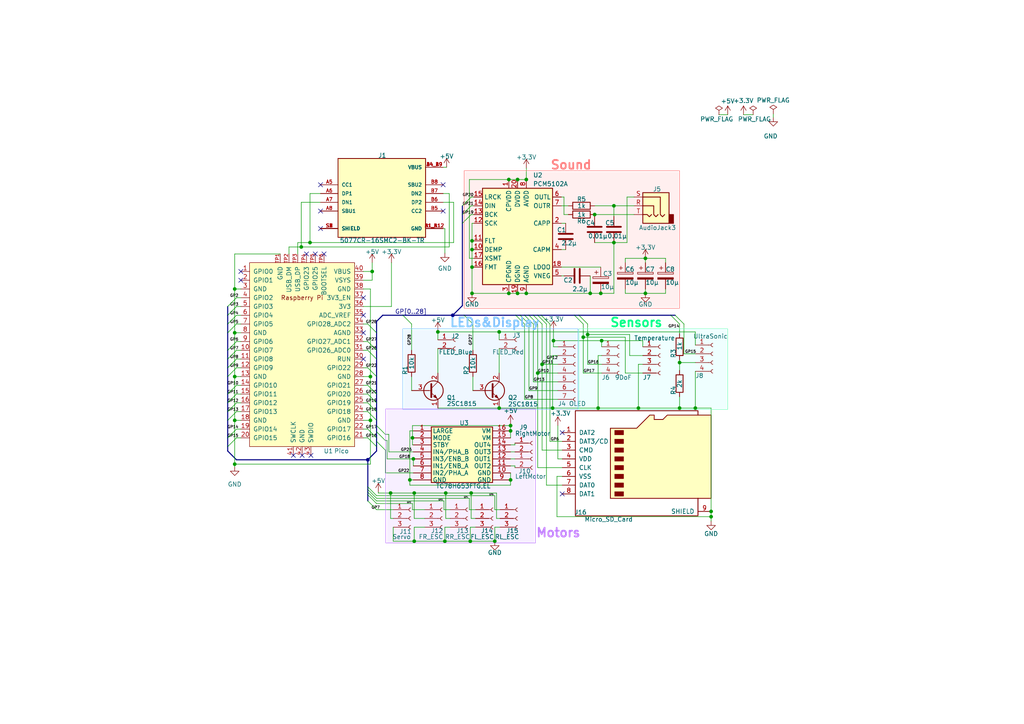
<source format=kicad_sch>
(kicad_sch (version 20230121) (generator eeschema)
  (paper "A4")
  (lib_symbols
    (symbol "5077CR-16SMC2-BK-TR:5077CR-16SMC2-BK-TR" (pin_names (offset 1.016))
      (property "Reference" "J" (at -12.7 10.922 0))
      (property "Value" "5077CR-16SMC2-BK-TR" (at -12.7 -15.24 0))
      (symbol "5077CR-16SMC2-BK-TR_0_0"
        (pin power_in line (at 17.78 -10.16 180) (length 5.08) (name "GND") (number "A1_B12"))
        (pin power_in line (at 17.78 7.62 180) (length 5.08) (name "VBUS") (number "A4_B9"))
        (pin passive line (at -17.78 2.54 0) (length 5.08) (name "CC1") (number "A5"))
        (pin passive line (at -17.78 0 0) (length 5.08) (name "DP1") (number "A6"))
        (pin passive line (at -17.78 -2.54 0) (length 5.08) (name "DN1") (number "A7"))
        (pin passive line (at -17.78 -5.08 0) (length 5.08) (name "SBU1") (number "A8"))
        (pin power_in line (at 17.78 -10.16 180) (length 5.08) (name "GND") (number "B1_A12"))
        (pin power_in line (at 17.78 7.62 180) (length 5.08) (name "VBUS") (number "B4_A9"))
        (pin passive line (at 17.78 -5.08 180) (length 5.08) (name "CC2") (number "B5"))
        (pin passive line (at 17.78 -2.54 180) (length 5.08) (name "DP2") (number "B6"))
        (pin passive line (at 17.78 0 180) (length 5.08) (name "DN2") (number "B7"))
        (pin passive line (at 17.78 2.54 180) (length 5.08) (name "SBU2") (number "B8"))
        (pin passive line (at -17.78 -10.16 0) (length 5.08) (name "SHIELD") (number "S1"))
        (pin passive line (at -17.78 -10.16 0) (length 5.08) (name "SHIELD") (number "S2"))
        (pin passive line (at -17.78 -10.16 0) (length 5.08) (name "SHIELD") (number "S3"))
        (pin passive line (at -17.78 -10.16 0) (length 5.08) (name "SHIELD") (number "S4"))
      )
    )
    (symbol "Audio:PCM5102A"
      (property "Reference" "U" (at -10.16 13.97 0))
      (property "Value" "PCM5102A" (at 3.81 13.97 0))
      (symbol "PCM5102A_1_1"
        (pin passive line (at -2.54 15.24 270) (length 2.54) (name "CPVDD") (number "1"))
        (pin input line (at -12.7 -5.08 0) (length 2.54) (name "DEMP") (number "10"))
        (pin input line (at -12.7 -2.54 0) (length 2.54) (name "FLT") (number "11"))
        (pin input line (at -12.7 2.54 0) (length 2.54) (name "SCK") (number "12"))
        (pin input line (at -12.7 5.08 0) (length 2.54) (name "BCK") (number "13"))
        (pin input line (at -12.7 7.62 0) (length 2.54) (name "DIN") (number "14"))
        (pin input line (at -12.7 10.16 0) (length 2.54) (name "LRCK") (number "15"))
        (pin input line (at -12.7 -10.16 0) (length 2.54) (name "FMT") (number "16"))
        (pin input line (at -12.7 -7.62 0) (length 2.54) (name "XSMT") (number "17"))
        (pin passive line (at 12.7 -10.16 180) (length 2.54) (name "LDOO") (number "18"))
        (pin power_in line (at 0 -17.78 90) (length 2.54) (name "DGND") (number "19"))
        (pin passive line (at 12.7 2.54 180) (length 2.54) (name "CAPP") (number "2"))
        (pin power_in line (at 0 15.24 270) (length 2.54) (name "DVDD") (number "20"))
        (pin power_in line (at -2.54 -17.78 90) (length 2.54) (name "CPGND") (number "3"))
        (pin passive line (at 12.7 -5.08 180) (length 2.54) (name "CAPM") (number "4"))
        (pin passive line (at 12.7 -12.7 180) (length 2.54) (name "VNEG") (number "5"))
        (pin output line (at 12.7 10.16 180) (length 2.54) (name "OUTL") (number "6"))
        (pin output line (at 12.7 7.62 180) (length 2.54) (name "OUTR") (number "7"))
        (pin power_in line (at 2.54 15.24 270) (length 2.54) (name "AVDD") (number "8"))
        (pin power_in line (at 2.54 -17.78 90) (length 2.54) (name "AGND") (number "9"))
      )
    )
    (symbol "Connector:Conn_01x02_Socket" (pin_names (offset 1.016) hide)
      (property "Reference" "J" (at 0 2.54 0))
      (property "Value" "Conn_01x02_Socket" (at 0 -5.08 0))
      (symbol "Conn_01x02_Socket_1_1"
        (pin passive line (at -5.08 0 0) (length 3.81) (name "Pin_1") (number "1"))
        (pin passive line (at -5.08 -2.54 0) (length 3.81) (name "Pin_2") (number "2"))
      )
    )
    (symbol "Connector:Conn_01x03_Socket" (pin_names (offset 1.016) hide)
      (property "Reference" "J" (at 0 5.08 0))
      (property "Value" "Conn_01x03_Socket" (at 0 -5.08 0))
      (symbol "Conn_01x03_Socket_1_1"
        (pin passive line (at -5.08 2.54 0) (length 3.81) (name "Pin_1") (number "1"))
        (pin passive line (at -5.08 0 0) (length 3.81) (name "Pin_2") (number "2"))
        (pin passive line (at -5.08 -2.54 0) (length 3.81) (name "Pin_3") (number "3"))
      )
    )
    (symbol "Connector:Conn_01x04_Socket" (pin_names (offset 1.016) hide)
      (property "Reference" "J" (at 0 5.08 0))
      (property "Value" "Conn_01x04_Socket" (at 0 -7.62 0))
      (symbol "Conn_01x04_Socket_1_1"
        (pin passive line (at -5.08 2.54 0) (length 3.81) (name "Pin_1") (number "1"))
        (pin passive line (at -5.08 0 0) (length 3.81) (name "Pin_2") (number "2"))
        (pin passive line (at -5.08 -2.54 0) (length 3.81) (name "Pin_3") (number "3"))
        (pin passive line (at -5.08 -5.08 0) (length 3.81) (name "Pin_4") (number "4"))
      )
    )
    (symbol "Connector:Conn_01x07_Socket" (pin_names (offset 1.016) hide)
      (property "Reference" "J" (at 0 10.16 0))
      (property "Value" "Conn_01x07_Socket" (at 0 -10.16 0))
      (symbol "Conn_01x07_Socket_1_1"
        (pin passive line (at -5.08 7.62 0) (length 3.81) (name "Pin_1") (number "1"))
        (pin passive line (at -5.08 5.08 0) (length 3.81) (name "Pin_2") (number "2"))
        (pin passive line (at -5.08 2.54 0) (length 3.81) (name "Pin_3") (number "3"))
        (pin passive line (at -5.08 0 0) (length 3.81) (name "Pin_4") (number "4"))
        (pin passive line (at -5.08 -2.54 0) (length 3.81) (name "Pin_5") (number "5"))
        (pin passive line (at -5.08 -5.08 0) (length 3.81) (name "Pin_6") (number "6"))
        (pin passive line (at -5.08 -7.62 0) (length 3.81) (name "Pin_7") (number "7"))
      )
    )
    (symbol "Connector:Micro_SD_Card" (pin_names (offset 1.016))
      (property "Reference" "J" (at -16.51 15.24 0))
      (property "Value" "Micro_SD_Card" (at 16.51 15.24 0))
      (symbol "Micro_SD_Card_1_1"
        (pin bidirectional line (at -22.86 7.62 0) (length 3.81) (name "DAT2") (number "1"))
        (pin bidirectional line (at -22.86 5.08 0) (length 3.81) (name "DAT3/CD") (number "2"))
        (pin input line (at -22.86 2.54 0) (length 3.81) (name "CMD") (number "3"))
        (pin power_in line (at -22.86 0 0) (length 3.81) (name "VDD") (number "4"))
        (pin input line (at -22.86 -2.54 0) (length 3.81) (name "CLK") (number "5"))
        (pin power_in line (at -22.86 -5.08 0) (length 3.81) (name "VSS") (number "6"))
        (pin bidirectional line (at -22.86 -7.62 0) (length 3.81) (name "DAT0") (number "7"))
        (pin bidirectional line (at -22.86 -10.16 0) (length 3.81) (name "DAT1") (number "8"))
        (pin passive line (at 20.32 -15.24 180) (length 3.81) (name "SHIELD") (number "9"))
      )
    )
    (symbol "Connector_Audio:AudioJack3"
      (property "Reference" "J" (at 0 8.89 0))
      (property "Value" "AudioJack3" (at 0 6.35 0))
      (symbol "AudioJack3_1_1"
        (pin passive line (at 5.08 0 180) (length 2.54) (name "~") (number "R"))
        (pin passive line (at 5.08 2.54 180) (length 2.54) (name "~") (number "S"))
        (pin passive line (at 5.08 -2.54 180) (length 2.54) (name "~") (number "T"))
      )
    )
    (symbol "Device:C" (pin_numbers hide) (pin_names (offset 0.254))
      (property "Reference" "C" (at 0.635 2.54 0))
      (property "Value" "C" (at 0.635 -2.54 0))
      (symbol "C_1_1"
        (pin passive line (at 0 3.81 270) (length 2.794) (name "~") (number "1"))
        (pin passive line (at 0 -3.81 90) (length 2.794) (name "~") (number "2"))
      )
    )
    (symbol "Device:C_Polarized" (pin_numbers hide) (pin_names (offset 0.254))
      (property "Reference" "C" (at 0.635 2.54 0))
      (property "Value" "C_Polarized" (at 0.635 -2.54 0))
      (symbol "C_Polarized_1_1"
        (pin passive line (at 0 3.81 270) (length 2.794) (name "~") (number "1"))
        (pin passive line (at 0 -3.81 90) (length 2.794) (name "~") (number "2"))
      )
    )
    (symbol "Device:R" (pin_numbers hide) (pin_names (offset 0))
      (property "Reference" "R" (at 2.032 0 90))
      (property "Value" "R" (at 0 0 90))
      (symbol "R_1_1"
        (pin passive line (at 0 3.81 270) (length 1.27) (name "~") (number "1"))
        (pin passive line (at 0 -3.81 90) (length 1.27) (name "~") (number "2"))
      )
    )
    (symbol "RPi_Pico:Pico" (pin_names (offset 1.016))
      (property "Reference" "U" (at -13.97 27.94 0))
      (property "Value" "Pico" (at 0 13.97 0))
      (symbol "Pico_0_0"
        (text "Raspberry Pi" (at 0 16.51 0) (effects (font (size 1.27 1.27))))
      )
      (symbol "Pico_1_1"
        (pin bidirectional line (at -17.78 24.13 0) (length 2.54) (name "GPIO0") (number "1"))
        (pin bidirectional line (at -17.78 1.27 0) (length 2.54) (name "GPIO7") (number "10"))
        (pin bidirectional line (at -17.78 -1.27 0) (length 2.54) (name "GPIO8") (number "11"))
        (pin bidirectional line (at -17.78 -3.81 0) (length 2.54) (name "GPIO9") (number "12"))
        (pin power_in line (at -17.78 -6.35 0) (length 2.54) (name "GND") (number "13"))
        (pin bidirectional line (at -17.78 -8.89 0) (length 2.54) (name "GPIO10") (number "14"))
        (pin bidirectional line (at -17.78 -11.43 0) (length 2.54) (name "GPIO11") (number "15"))
        (pin bidirectional line (at -17.78 -13.97 0) (length 2.54) (name "GPIO12") (number "16"))
        (pin bidirectional line (at -17.78 -16.51 0) (length 2.54) (name "GPIO13") (number "17"))
        (pin power_in line (at -17.78 -19.05 0) (length 2.54) (name "GND") (number "18"))
        (pin bidirectional line (at -17.78 -21.59 0) (length 2.54) (name "GPIO14") (number "19"))
        (pin bidirectional line (at -17.78 21.59 0) (length 2.54) (name "GPIO1") (number "2"))
        (pin bidirectional line (at -17.78 -24.13 0) (length 2.54) (name "GPIO15") (number "20"))
        (pin bidirectional line (at 17.78 -24.13 180) (length 2.54) (name "GPIO16") (number "21"))
        (pin bidirectional line (at 17.78 -21.59 180) (length 2.54) (name "GPIO17") (number "22"))
        (pin power_in line (at 17.78 -19.05 180) (length 2.54) (name "GND") (number "23"))
        (pin bidirectional line (at 17.78 -16.51 180) (length 2.54) (name "GPIO18") (number "24"))
        (pin bidirectional line (at 17.78 -13.97 180) (length 2.54) (name "GPIO19") (number "25"))
        (pin bidirectional line (at 17.78 -11.43 180) (length 2.54) (name "GPIO20") (number "26"))
        (pin bidirectional line (at 17.78 -8.89 180) (length 2.54) (name "GPIO21") (number "27"))
        (pin power_in line (at 17.78 -6.35 180) (length 2.54) (name "GND") (number "28"))
        (pin bidirectional line (at 17.78 -3.81 180) (length 2.54) (name "GPIO22") (number "29"))
        (pin power_in line (at -17.78 19.05 0) (length 2.54) (name "GND") (number "3"))
        (pin input line (at 17.78 -1.27 180) (length 2.54) (name "RUN") (number "30"))
        (pin bidirectional line (at 17.78 1.27 180) (length 2.54) (name "GPIO26_ADC0") (number "31"))
        (pin bidirectional line (at 17.78 3.81 180) (length 2.54) (name "GPIO27_ADC1") (number "32"))
        (pin power_in line (at 17.78 6.35 180) (length 2.54) (name "AGND") (number "33"))
        (pin bidirectional line (at 17.78 8.89 180) (length 2.54) (name "GPIO28_ADC2") (number "34"))
        (pin unspecified line (at 17.78 11.43 180) (length 2.54) (name "ADC_VREF") (number "35"))
        (pin unspecified line (at 17.78 13.97 180) (length 2.54) (name "3V3") (number "36"))
        (pin input line (at 17.78 16.51 180) (length 2.54) (name "3V3_EN") (number "37"))
        (pin bidirectional line (at 17.78 19.05 180) (length 2.54) (name "GND") (number "38"))
        (pin unspecified line (at 17.78 21.59 180) (length 2.54) (name "VSYS") (number "39"))
        (pin bidirectional line (at -17.78 16.51 0) (length 2.54) (name "GPIO2") (number "4"))
        (pin unspecified line (at 17.78 24.13 180) (length 2.54) (name "VBUS") (number "40"))
        (pin input line (at -2.54 -29.21 90) (length 2.54) (name "SWCLK") (number "41"))
        (pin power_in line (at 0 -29.21 90) (length 2.54) (name "GND") (number "42"))
        (pin bidirectional line (at 2.54 -29.21 90) (length 2.54) (name "SWDIO") (number "43"))
        (pin bidirectional line (at -17.78 13.97 0) (length 2.54) (name "GPIO3") (number "5"))
        (pin bidirectional line (at -17.78 11.43 0) (length 2.54) (name "GPIO4") (number "6"))
        (pin bidirectional line (at -17.78 8.89 0) (length 2.54) (name "GPIO5") (number "7"))
        (pin power_in line (at -17.78 6.35 0) (length 2.54) (name "GND") (number "8"))
        (pin bidirectional line (at -17.78 3.81 0) (length 2.54) (name "GPIO6") (number "9"))
        (pin power_in line (at -6.35 29.21 270) (length 2.54) (name "GND") (number "TP1"))
        (pin bidirectional line (at -3.81 29.21 270) (length 2.54) (name "USB_DM") (number "TP2"))
        (pin bidirectional line (at -1.27 29.21 270) (length 2.54) (name "USB_DP") (number "TP3"))
        (pin bidirectional line (at 1.27 29.21 270) (length 2.54) (name "GPIO23") (number "TP4"))
        (pin bidirectional line (at 3.81 29.21 270) (length 2.54) (name "GPIO25") (number "TP5"))
        (pin bidirectional line (at 6.35 29.21 270) (length 2.54) (name "BOOTSEL") (number "TP6"))
      )
    )
    (symbol "TC78H653FTG_EL:TC78H653FTG,EL"
      (property "Reference" "U" (at -7.62 12.7 0))
      (property "Value" "TC78H653FTG,EL" (at -7.62 10.16 0))
      (symbol "TC78H653FTG,EL_1_1"
        (pin passive line (at -14.732 7.112 0) (length 5.08) (name "LARGE") (number "1"))
        (pin passive line (at 13.462 -5.08 180) (length 5.08) (name "GND") (number "10"))
        (pin passive line (at 13.462 -3.048 180) (length 5.08) (name "OUT2") (number "11"))
        (pin passive line (at 13.462 -1.016 180) (length 5.08) (name "OUT1") (number "12"))
        (pin passive line (at 13.462 1.016 180) (length 5.08) (name "OUT3") (number "13"))
        (pin passive line (at 13.462 3.048 180) (length 5.08) (name "OUT4") (number "14"))
        (pin passive line (at 13.462 5.08 180) (length 5.08) (name "VM") (number "15"))
        (pin passive line (at 13.462 7.112 180) (length 5.08) (name "VM") (number "16"))
        (pin passive line (at -14.732 5.08 0) (length 5.08) (name "MODE") (number "2"))
        (pin passive line (at -14.732 3.048 0) (length 5.08) (name "STBY") (number "3"))
        (pin passive line (at -14.732 1.016 0) (length 5.08) (name "IN4/PHA_B") (number "4"))
        (pin passive line (at -14.732 -1.016 0) (length 5.08) (name "IN3/ENB_B") (number "5"))
        (pin passive line (at -14.732 -3.048 0) (length 5.08) (name "IN1/ENB_A") (number "6"))
        (pin passive line (at -14.732 -5.08 0) (length 5.08) (name "IN2/PHA_A") (number "7"))
        (pin passive line (at -14.732 -7.112 0) (length 5.08) (name "GND") (number "8"))
        (pin passive line (at 13.462 -7.112 180) (length 5.08) (name "GND") (number "9"))
      )
    )
    (symbol "Transistor_BJT:2SC1815" (pin_names (offset 0) hide)
      (property "Reference" "Q" (at 5.08 1.905 0))
      (property "Value" "2SC1815" (at 5.08 0 0))
      (symbol "2SC1815_1_1"
        (pin passive line (at 2.54 -5.08 90) (length 2.54) (name "E") (number "1"))
        (pin passive line (at 2.54 5.08 270) (length 2.54) (name "C") (number "2"))
        (pin input line (at -5.08 0 0) (length 5.08) (name "B") (number "3"))
      )
    )
    (symbol "power:+3.3V" (power) (pin_names (offset 0))
      (property "Value" "+3.3V" (at 0 3.556 0))
      (symbol "+3.3V_1_1"
        (pin power_in line (at 0 0 90) (length 0) hide (name "+3.3V") (number "1"))
      )
    )
    (symbol "power:+5V" (power) (pin_names (offset 0))
      (property "Value" "+5V" (at 0 3.556 0))
      (symbol "+5V_1_1"
        (pin power_in line (at 0 0 90) (length 0) hide (name "+5V") (number "1"))
      )
    )
    (symbol "power:GND" (power) (pin_names (offset 0))
      (property "Value" "GND" (at 0 -3.81 0))
      (symbol "GND_1_1"
        (pin power_in line (at 0 0 270) (length 0) hide (name "GND") (number "1"))
      )
    )
    (symbol "power:PWR_FLAG" (power) (pin_numbers hide) (pin_names (offset 0) hide)
      (property "Value" "PWR_FLAG" (at 0 3.81 0))
      (symbol "PWR_FLAG_0_0"
        (pin power_out line (at 0 0 90) (length 0) (name "pwr") (number "1"))
      )
    )
  )
  (junction (at 173.482 118.364))
  (junction (at 155.956 108.204))
  (junction (at 187.198 85.09))
  (junction (at 152.654 85.09))
  (junction (at 160.528 98.806))
  (junction (at 120.142 156.972))
  (junction (at 68.072 121.92))
  (junction (at 68.072 96.52))
  (junction (at 136.906 69.85))
  (junction (at 118.872 139.192))
  (junction (at 171.196 85.09))
  (junction (at 144.78 96.266))
  (junction (at 178.054 59.69))
  (junction (at 150.114 85.09))
  (junction (at 197.104 118.364))
  (junction (at 131.318 91.44))
  (junction (at 150.114 52.07))
  (junction (at 172.466 62.23))
  (junction (at 107.442 109.22))
  (junction (at 174.244 85.09))
  (junction (at 185.166 118.364))
  (junction (at 169.164 97.79))
  (junction (at 136.652 143.002))
  (junction (at 68.072 134.62))
  (junction (at 136.906 85.09))
  (junction (at 129.286 143.002))
  (junction (at 107.442 121.92))
  (junction (at 206.248 149.86))
  (junction (at 206.248 148.336))
  (junction (at 178.054 70.358))
  (junction (at 148.082 124.968))
  (junction (at 68.072 109.22))
  (junction (at 136.906 72.39))
  (junction (at 136.906 77.47))
  (junction (at 174.498 98.806))
  (junction (at 136.398 156.972))
  (junction (at 120.142 143.002))
  (junction (at 201.676 118.364))
  (junction (at 129.032 156.972))
  (junction (at 148.082 123.444))
  (junction (at 68.072 83.82))
  (junction (at 87.376 71.628))
  (junction (at 170.434 97.028))
  (junction (at 148.082 139.192))
  (junction (at 160.274 118.364))
  (junction (at 119.888 133.096))
  (junction (at 144.78 118.364))
  (junction (at 113.284 143.002))
  (junction (at 147.574 52.07))
  (junction (at 187.198 74.93))
  (junction (at 143.51 156.972))
  (junction (at 106.68 133.35))
  (junction (at 119.634 127))
  (junction (at 127 96.266))
  (junction (at 197.104 105.156))
  (junction (at 157.226 105.664))
  (junction (at 147.574 85.09))
  (junction (at 89.916 70.358))
  (junction (at 107.95 78.74))
  (junction (at 152.654 52.07))
  (no_connect (at 88.9 73.66))
  (no_connect (at 163.068 125.476))
  (no_connect (at 92.964 53.594))
  (no_connect (at 105.41 96.52))
  (no_connect (at 69.85 78.74))
  (no_connect (at 93.98 73.66))
  (no_connect (at 128.524 61.214))
  (no_connect (at 163.068 143.256))
  (no_connect (at 87.63 132.08))
  (no_connect (at 90.17 132.08))
  (no_connect (at 92.964 61.214))
  (no_connect (at 128.524 53.594))
  (no_connect (at 91.44 73.66))
  (no_connect (at 69.85 81.28))
  (no_connect (at 85.09 132.08))
  (no_connect (at 105.41 104.14))
  (no_connect (at 92.964 66.294))
  (no_connect (at 105.41 91.44))
  (no_connect (at 105.41 86.36))
  (bus_entry (at 66.04 91.44) (size 2.54 -2.54))
  (bus_entry (at 134.112 64.77) (size 2.54 -2.54))
  (bus_entry (at 109.22 123.444) (size 2.54 2.54))
  (bus_entry (at 66.04 93.98) (size 2.54 -2.54))
  (bus_entry (at 109.22 127) (size -2.54 -2.54))
  (bus_entry (at 153.416 91.44) (size 2.54 2.54))
  (bus_entry (at 195.834 91.44) (size 2.54 2.54))
  (bus_entry (at 150.876 91.44) (size 2.54 2.54))
  (bus_entry (at 134.112 62.23) (size 2.54 -2.54))
  (bus_entry (at 66.04 114.3) (size 2.54 -2.54))
  (bus_entry (at 109.22 116.84) (size -2.54 -2.54))
  (bus_entry (at 167.894 91.44) (size 2.54 2.54))
  (bus_entry (at 134.112 59.69) (size 2.54 -2.54))
  (bus_entry (at 109.22 125.222) (size 2.54 2.54))
  (bus_entry (at 66.04 127) (size 2.54 -2.54))
  (bus_entry (at 66.04 88.9) (size 2.54 -2.54))
  (bus_entry (at 155.956 91.44) (size 2.54 2.54))
  (bus_entry (at 109.22 101.6) (size -2.54 -2.54))
  (bus_entry (at 109.22 109.22) (size -2.54 -2.54))
  (bus_entry (at 106.68 141.986) (size 2.54 2.54))
  (bus_entry (at 106.68 142.748) (size 2.54 2.54))
  (bus_entry (at 66.04 106.68) (size 2.54 -2.54))
  (bus_entry (at 66.04 116.84) (size 2.54 -2.54))
  (bus_entry (at 66.04 121.92) (size 2.54 -2.54))
  (bus_entry (at 109.22 128.016) (size 2.54 2.54))
  (bus_entry (at 152.146 91.44) (size 2.54 2.54))
  (bus_entry (at 149.606 91.44) (size 2.54 2.54))
  (bus_entry (at 109.22 121.92) (size -2.54 -2.54))
  (bus_entry (at 109.22 119.38) (size -2.54 -2.54))
  (bus_entry (at 66.04 104.14) (size 2.54 -2.54))
  (bus_entry (at 166.624 91.44) (size 2.54 2.54))
  (bus_entry (at 134.62 91.44) (size 2.54 2.54))
  (bus_entry (at 116.84 91.44) (size 2.54 2.54))
  (bus_entry (at 66.04 129.54) (size 2.54 -2.54))
  (bus_entry (at 106.68 145.288) (size 2.54 2.54))
  (bus_entry (at 194.564 91.44) (size 2.54 2.54))
  (bus_entry (at 66.04 119.38) (size 2.54 -2.54))
  (bus_entry (at 156.972 91.44) (size 2.54 2.54))
  (bus_entry (at 66.04 101.6) (size 2.54 -2.54))
  (bus_entry (at 66.04 96.52) (size 2.54 -2.54))
  (bus_entry (at 106.68 143.51) (size 2.54 2.54))
  (bus_entry (at 109.22 129.54) (size -2.54 -2.54))
  (bus_entry (at 109.22 96.52) (size -2.54 -2.54))
  (bus_entry (at 106.68 141.224) (size 2.54 2.54))
  (bus_entry (at 154.686 91.44) (size 2.54 2.54))
  (bus_entry (at 109.22 104.14) (size -2.54 -2.54))
  (bus_entry (at 109.22 114.3) (size -2.54 -2.54))
  (bus_entry (at 66.04 109.22) (size 2.54 -2.54))
  (wire (pts (xy 144.78 96.266) (xy 201.676 96.266)))
  (wire (pts (xy 136.398 156.972) (xy 136.398 152.908)))
  (bus (pts (xy 166.624 91.44) (xy 167.894 91.44)))
  (wire (pts (xy 68.58 104.14) (xy 69.85 104.14)))
  (wire (pts (xy 136.652 143.002) (xy 136.652 150.368)))
  (wire (pts (xy 171.196 85.09) (xy 174.244 85.09)))
  (wire (pts (xy 112.776 131.064) (xy 119.888 131.064)))
  (wire (pts (xy 107.442 83.82) (xy 107.442 109.22)))
  (wire (pts (xy 157.226 130.556) (xy 163.068 130.556)))
  (wire (pts (xy 143.51 143.764) (xy 143.51 147.828)))
  (wire (pts (xy 136.906 64.77) (xy 136.906 69.85)))
  (bus (pts (xy 66.04 116.84) (xy 66.04 119.38)))
  (wire (pts (xy 173.482 118.364) (xy 185.166 118.364)))
  (wire (pts (xy 206.248 148.336) (xy 206.248 149.86)))
  (wire (pts (xy 161.544 138.176) (xy 161.544 149.86)))
  (wire (pts (xy 119.38 109.22) (xy 119.38 113.284)))
  (wire (pts (xy 193.04 76.2) (xy 193.04 74.93)))
  (wire (pts (xy 181.356 85.09) (xy 187.198 85.09)))
  (wire (pts (xy 197.104 115.062) (xy 197.104 118.364)))
  (wire (pts (xy 128.524 58.674) (xy 131.572 58.674)))
  (bus (pts (xy 66.04 109.22) (xy 66.04 114.3)))
  (wire (pts (xy 136.652 150.368) (xy 137.922 150.368)))
  (wire (pts (xy 159.512 93.98) (xy 159.512 128.016)))
  (wire (pts (xy 118.872 139.192) (xy 119.888 139.192)))
  (wire (pts (xy 119.888 129.032) (xy 119.634 129.032)))
  (wire (pts (xy 181.356 83.82) (xy 181.356 85.09)))
  (wire (pts (xy 68.58 116.84) (xy 69.85 116.84)))
  (wire (pts (xy 89.916 70.358) (xy 131.572 70.358)))
  (wire (pts (xy 136.652 57.15) (xy 137.414 57.15)))
  (wire (pts (xy 154.686 93.98) (xy 154.686 110.744)))
  (wire (pts (xy 129.286 143.002) (xy 129.286 150.368)))
  (wire (pts (xy 105.41 124.46) (xy 106.68 124.46)))
  (wire (pts (xy 148.082 139.192) (xy 148.082 140.716)))
  (bus (pts (xy 66.04 114.3) (xy 66.04 116.84)))
  (wire (pts (xy 144.78 98.552) (xy 144.78 96.266)))
  (bus (pts (xy 110.998 91.44) (xy 116.84 91.44)))
  (bus (pts (xy 66.04 106.68) (xy 66.04 109.22)))
  (wire (pts (xy 181.356 76.2) (xy 181.356 74.93)))
  (wire (pts (xy 187.198 74.93) (xy 187.198 76.2)))
  (wire (pts (xy 152.654 85.09) (xy 171.196 85.09)))
  (wire (pts (xy 68.072 109.22) (xy 68.072 121.92)))
  (wire (pts (xy 173.482 103.124) (xy 174.498 103.124)))
  (bus (pts (xy 109.22 101.6) (xy 109.22 96.52)))
  (wire (pts (xy 160.528 100.584) (xy 160.528 98.806)))
  (wire (pts (xy 201.676 107.696) (xy 201.676 118.364)))
  (wire (pts (xy 174.244 85.09) (xy 178.054 85.09)))
  (wire (pts (xy 181.356 97.79) (xy 181.356 108.204)))
  (bus (pts (xy 109.22 104.14) (xy 109.22 101.6)))
  (wire (pts (xy 143.51 152.908) (xy 145.034 152.908)))
  (wire (pts (xy 169.164 97.79) (xy 181.356 97.79)))
  (wire (pts (xy 185.166 105.664) (xy 186.436 105.664)))
  (wire (pts (xy 178.054 59.69) (xy 178.054 62.738)))
  (bus (pts (xy 66.04 129.54) (xy 66.04 130.81)))
  (bus (pts (xy 155.956 91.44) (xy 156.972 91.44)))
  (wire (pts (xy 169.164 93.98) (xy 169.164 97.79)))
  (wire (pts (xy 109.22 145.288) (xy 128.778 145.288)))
  (wire (pts (xy 123.19 152.908) (xy 120.142 152.908)))
  (wire (pts (xy 119.888 127) (xy 119.634 127)))
  (wire (pts (xy 119.38 93.98) (xy 119.38 101.6)))
  (bus (pts (xy 109.22 130.81) (xy 109.22 129.54)))
  (wire (pts (xy 130.302 56.134) (xy 130.302 71.628)))
  (wire (pts (xy 68.58 114.3) (xy 69.85 114.3)))
  (wire (pts (xy 68.58 86.36) (xy 69.85 86.36)))
  (wire (pts (xy 128.778 147.828) (xy 130.556 147.828)))
  (wire (pts (xy 68.072 121.92) (xy 68.072 134.62)))
  (wire (pts (xy 105.41 83.82) (xy 107.442 83.82)))
  (wire (pts (xy 105.41 119.38) (xy 106.68 119.38)))
  (wire (pts (xy 197.104 118.364) (xy 201.676 118.364)))
  (wire (pts (xy 206.248 118.364) (xy 206.248 148.336)))
  (wire (pts (xy 113.284 150.368) (xy 114.046 150.368)))
  (wire (pts (xy 136.144 147.828) (xy 137.922 147.828)))
  (bus (pts (xy 154.686 91.44) (xy 155.956 91.44)))
  (wire (pts (xy 160.274 103.124) (xy 161.798 103.124)))
  (wire (pts (xy 68.072 83.82) (xy 69.85 83.82)))
  (wire (pts (xy 129.286 143.002) (xy 136.652 143.002)))
  (wire (pts (xy 127 101.092) (xy 127 108.204)))
  (bus (pts (xy 109.22 119.38) (xy 109.22 121.92)))
  (bus (pts (xy 66.04 88.9) (xy 66.04 91.44)))
  (bus (pts (xy 109.22 93.218) (xy 110.998 91.44)))
  (wire (pts (xy 161.544 149.86) (xy 206.248 149.86)))
  (wire (pts (xy 129.032 152.908) (xy 130.556 152.908)))
  (wire (pts (xy 170.434 93.98) (xy 170.434 97.028)))
  (wire (pts (xy 187.198 74.93) (xy 193.04 74.93)))
  (wire (pts (xy 107.95 81.28) (xy 107.95 78.74)))
  (bus (pts (xy 66.04 93.98) (xy 66.04 96.52)))
  (wire (pts (xy 136.652 59.69) (xy 137.414 59.69)))
  (bus (pts (xy 106.68 133.35) (xy 109.22 130.81)))
  (wire (pts (xy 112.776 125.984) (xy 112.776 131.064)))
  (bus (pts (xy 153.416 91.44) (xy 154.686 91.44)))
  (wire (pts (xy 68.072 96.52) (xy 68.072 109.22)))
  (bus (pts (xy 66.04 96.52) (xy 66.04 101.6)))
  (wire (pts (xy 120.142 143.002) (xy 129.286 143.002)))
  (wire (pts (xy 127 96.266) (xy 127 98.552)))
  (wire (pts (xy 160.528 100.584) (xy 161.798 100.584)))
  (wire (pts (xy 105.41 111.76) (xy 106.68 111.76)))
  (bus (pts (xy 106.68 141.986) (xy 106.68 142.748)))
  (wire (pts (xy 68.58 127) (xy 69.85 127)))
  (bus (pts (xy 68.58 133.35) (xy 106.68 133.35)))
  (wire (pts (xy 127 118.364) (xy 144.78 118.364)))
  (wire (pts (xy 153.416 113.284) (xy 161.798 113.284)))
  (wire (pts (xy 136.906 64.77) (xy 137.414 64.77)))
  (wire (pts (xy 155.956 93.98) (xy 155.956 108.204)))
  (wire (pts (xy 105.41 78.74) (xy 107.95 78.74)))
  (wire (pts (xy 128.524 56.134) (xy 130.302 56.134)))
  (wire (pts (xy 144.78 96.266) (xy 127 96.266)))
  (bus (pts (xy 109.22 109.22) (xy 109.22 104.14)))
  (wire (pts (xy 68.072 109.22) (xy 69.85 109.22)))
  (wire (pts (xy 170.434 105.664) (xy 174.498 105.664)))
  (wire (pts (xy 197.104 104.394) (xy 197.104 105.156)))
  (bus (pts (xy 66.04 119.38) (xy 66.04 121.92)))
  (wire (pts (xy 163.576 62.23) (xy 164.846 62.23)))
  (bus (pts (xy 106.68 142.748) (xy 106.68 143.51)))
  (bus (pts (xy 109.22 123.444) (xy 109.22 125.222)))
  (wire (pts (xy 198.374 93.98) (xy 198.374 102.616)))
  (wire (pts (xy 136.906 77.47) (xy 137.414 77.47)))
  (bus (pts (xy 109.22 128.016) (xy 109.22 129.54)))
  (wire (pts (xy 119.634 123.444) (xy 119.634 127)))
  (wire (pts (xy 118.872 124.968) (xy 118.872 139.192)))
  (wire (pts (xy 68.58 93.98) (xy 69.85 93.98)))
  (wire (pts (xy 118.872 124.968) (xy 119.888 124.968)))
  (bus (pts (xy 106.68 143.51) (xy 106.68 145.288)))
  (wire (pts (xy 109.22 146.05) (xy 119.634 146.05)))
  (wire (pts (xy 148.082 137.16) (xy 148.082 139.192)))
  (wire (pts (xy 181.356 74.93) (xy 187.198 74.93)))
  (bus (pts (xy 150.876 91.44) (xy 152.146 91.44)))
  (wire (pts (xy 171.196 85.09) (xy 171.196 80.01)))
  (wire (pts (xy 136.144 52.07) (xy 147.574 52.07)))
  (wire (pts (xy 111.76 125.984) (xy 112.776 125.984)))
  (bus (pts (xy 109.22 119.38) (xy 109.22 116.84)))
  (wire (pts (xy 158.496 140.716) (xy 163.068 140.716)))
  (wire (pts (xy 172.466 59.69) (xy 178.054 59.69)))
  (wire (pts (xy 182.626 103.124) (xy 186.436 103.124)))
  (bus (pts (xy 109.22 114.3) (xy 109.22 116.84)))
  (wire (pts (xy 148.082 133.096) (xy 149.352 133.096)))
  (wire (pts (xy 178.054 59.69) (xy 183.896 59.69)))
  (wire (pts (xy 83.82 73.66) (xy 83.82 71.628)))
  (wire (pts (xy 89.916 70.358) (xy 89.916 56.134)))
  (wire (pts (xy 68.58 119.38) (xy 69.85 119.38)))
  (wire (pts (xy 178.054 70.358) (xy 181.864 70.358)))
  (wire (pts (xy 113.538 88.9) (xy 113.538 76.2)))
  (wire (pts (xy 129.032 156.972) (xy 129.032 152.908)))
  (wire (pts (xy 186.436 100.584) (xy 186.436 98.806)))
  (wire (pts (xy 162.814 80.01) (xy 163.576 80.01)))
  (wire (pts (xy 112.268 133.096) (xy 119.888 133.096)))
  (bus (pts (xy 152.146 91.44) (xy 153.416 91.44)))
  (bus (pts (xy 66.04 130.81) (xy 68.58 133.35)))
  (bus (pts (xy 109.22 109.22) (xy 109.22 114.3)))
  (wire (pts (xy 224.282 33.02) (xy 224.282 34.036)))
  (wire (pts (xy 129.286 150.368) (xy 130.556 150.368)))
  (bus (pts (xy 156.972 91.44) (xy 166.624 91.44)))
  (wire (pts (xy 181.864 57.15) (xy 183.896 57.15)))
  (wire (pts (xy 120.142 152.908) (xy 120.142 156.972)))
  (wire (pts (xy 120.142 150.368) (xy 123.19 150.368)))
  (wire (pts (xy 105.41 93.98) (xy 106.68 93.98)))
  (wire (pts (xy 198.374 102.616) (xy 201.676 102.616)))
  (wire (pts (xy 111.76 137.16) (xy 119.888 137.16)))
  (wire (pts (xy 201.676 118.364) (xy 206.248 118.364)))
  (wire (pts (xy 185.166 118.364) (xy 185.166 105.664)))
  (wire (pts (xy 169.164 97.79) (xy 169.164 108.204)))
  (wire (pts (xy 127 96.012) (xy 127 96.266)))
  (wire (pts (xy 149.352 135.128) (xy 149.352 135.636)))
  (wire (pts (xy 155.956 108.204) (xy 155.956 135.636)))
  (wire (pts (xy 105.41 109.22) (xy 107.442 109.22)))
  (wire (pts (xy 186.436 98.806) (xy 174.498 98.806)))
  (wire (pts (xy 160.528 98.806) (xy 174.498 98.806)))
  (wire (pts (xy 87.376 58.674) (xy 87.376 71.628)))
  (wire (pts (xy 144.78 118.364) (xy 160.274 118.364)))
  (wire (pts (xy 162.814 57.15) (xy 163.576 57.15)))
  (wire (pts (xy 187.198 85.09) (xy 193.04 85.09)))
  (wire (pts (xy 129.032 156.972) (xy 136.398 156.972)))
  (wire (pts (xy 68.58 111.76) (xy 69.85 111.76)))
  (wire (pts (xy 68.072 96.52) (xy 69.85 96.52)))
  (wire (pts (xy 170.434 105.664) (xy 170.434 97.028)))
  (wire (pts (xy 109.728 142.748) (xy 109.728 143.002)))
  (wire (pts (xy 150.114 85.09) (xy 152.654 85.09)))
  (wire (pts (xy 109.728 143.002) (xy 113.284 143.002)))
  (wire (pts (xy 129.032 66.294) (xy 129.032 73.406)))
  (wire (pts (xy 128.778 145.288) (xy 128.778 147.828)))
  (wire (pts (xy 150.114 52.07) (xy 152.654 52.07)))
  (wire (pts (xy 162.814 64.77) (xy 164.084 64.77)))
  (wire (pts (xy 160.528 98.806) (xy 160.528 95.758)))
  (wire (pts (xy 148.082 129.032) (xy 149.352 129.032)))
  (wire (pts (xy 109.22 147.828) (xy 114.046 147.828)))
  (wire (pts (xy 136.906 72.39) (xy 136.906 77.47)))
  (bus (pts (xy 109.22 93.218) (xy 109.22 96.52)))
  (wire (pts (xy 114.046 156.972) (xy 120.142 156.972)))
  (bus (pts (xy 66.04 104.14) (xy 66.04 106.68)))
  (wire (pts (xy 154.686 110.744) (xy 161.798 110.744)))
  (bus (pts (xy 109.22 127) (xy 109.22 128.016)))
  (wire (pts (xy 136.398 156.972) (xy 143.51 156.972)))
  (wire (pts (xy 119.634 123.444) (xy 148.082 123.444)))
  (wire (pts (xy 113.284 143.002) (xy 120.142 143.002)))
  (wire (pts (xy 162.814 72.39) (xy 164.084 72.39)))
  (wire (pts (xy 136.906 69.85) (xy 136.906 72.39)))
  (wire (pts (xy 197.104 105.156) (xy 201.676 105.156)))
  (wire (pts (xy 147.574 52.07) (xy 150.114 52.07)))
  (wire (pts (xy 187.198 83.82) (xy 187.198 85.09)))
  (wire (pts (xy 68.58 124.46) (xy 69.85 124.46)))
  (wire (pts (xy 186.436 108.204) (xy 181.356 108.204)))
  (wire (pts (xy 114.046 152.908) (xy 114.046 156.972)))
  (wire (pts (xy 169.164 108.204) (xy 174.498 108.204)))
  (wire (pts (xy 68.072 73.66) (xy 81.28 73.66)))
  (bus (pts (xy 134.112 62.23) (xy 134.112 64.77)))
  (wire (pts (xy 86.36 70.358) (xy 89.916 70.358)))
  (wire (pts (xy 112.268 133.096) (xy 112.268 127.762)))
  (wire (pts (xy 144.78 101.092) (xy 144.78 108.204)))
  (wire (pts (xy 118.872 139.192) (xy 118.872 140.716)))
  (wire (pts (xy 107.95 78.74) (xy 107.95 76.2)))
  (wire (pts (xy 162.814 77.47) (xy 174.244 77.47)))
  (bus (pts (xy 109.22 121.92) (xy 109.22 123.444)))
  (wire (pts (xy 163.068 133.096) (xy 161.798 133.096)))
  (wire (pts (xy 163.576 57.15) (xy 163.576 62.23)))
  (wire (pts (xy 149.352 129.032) (xy 149.352 128.524)))
  (wire (pts (xy 107.442 121.92) (xy 107.442 134.62)))
  (bus (pts (xy 66.04 127) (xy 66.04 129.54)))
  (wire (pts (xy 137.414 74.93) (xy 136.144 74.93)))
  (wire (pts (xy 215.646 33.274) (xy 218.44 33.274)))
  (wire (pts (xy 148.082 135.128) (xy 149.352 135.128)))
  (wire (pts (xy 120.142 143.002) (xy 120.142 150.368)))
  (wire (pts (xy 105.41 114.3) (xy 106.68 114.3)))
  (wire (pts (xy 68.072 73.66) (xy 68.072 83.82)))
  (bus (pts (xy 134.112 59.69) (xy 134.112 62.23)))
  (wire (pts (xy 119.634 146.05) (xy 119.634 147.828)))
  (wire (pts (xy 136.144 74.93) (xy 136.144 52.07)))
  (wire (pts (xy 119.634 147.828) (xy 123.19 147.828)))
  (wire (pts (xy 68.072 134.62) (xy 107.442 134.62)))
  (wire (pts (xy 128.524 66.294) (xy 129.032 66.294)))
  (wire (pts (xy 157.226 105.664) (xy 161.798 105.664)))
  (wire (pts (xy 105.41 99.06) (xy 106.68 99.06)))
  (wire (pts (xy 178.054 70.358) (xy 178.054 85.09)))
  (wire (pts (xy 193.04 83.82) (xy 193.04 85.09)))
  (wire (pts (xy 144.018 143.002) (xy 144.018 150.368)))
  (wire (pts (xy 162.814 59.69) (xy 164.846 59.69)))
  (wire (pts (xy 172.466 62.23) (xy 172.466 62.738)))
  (wire (pts (xy 68.58 101.6) (xy 69.85 101.6)))
  (bus (pts (xy 134.62 91.44) (xy 149.606 91.44)))
  (wire (pts (xy 208.534 33.274) (xy 211.074 33.274)))
  (wire (pts (xy 136.906 77.47) (xy 136.906 85.09)))
  (wire (pts (xy 152.654 48.768) (xy 152.654 52.07)))
  (wire (pts (xy 158.496 93.98) (xy 158.496 140.716)))
  (wire (pts (xy 107.442 109.22) (xy 107.442 121.92)))
  (wire (pts (xy 157.226 105.664) (xy 157.226 130.556)))
  (wire (pts (xy 161.544 138.176) (xy 163.068 138.176)))
  (wire (pts (xy 111.76 130.556) (xy 111.76 137.16)))
  (wire (pts (xy 109.22 143.764) (xy 143.51 143.764)))
  (wire (pts (xy 155.956 135.636) (xy 163.068 135.636)))
  (bus (pts (xy 167.894 91.44) (xy 194.564 91.44)))
  (wire (pts (xy 68.58 91.44) (xy 69.85 91.44)))
  (wire (pts (xy 68.58 99.06) (xy 69.85 99.06)))
  (wire (pts (xy 148.082 123.444) (xy 148.082 124.968)))
  (wire (pts (xy 131.572 58.674) (xy 131.572 70.358)))
  (wire (pts (xy 120.142 156.972) (xy 129.032 156.972)))
  (wire (pts (xy 105.41 88.9) (xy 113.538 88.9)))
  (wire (pts (xy 136.652 143.002) (xy 144.018 143.002)))
  (bus (pts (xy 134.112 64.77) (xy 134.112 88.646)))
  (wire (pts (xy 83.82 71.628) (xy 87.376 71.628)))
  (wire (pts (xy 174.498 100.584) (xy 174.498 98.806)))
  (bus (pts (xy 106.68 133.35) (xy 106.68 141.224)))
  (wire (pts (xy 118.872 140.716) (xy 148.082 140.716)))
  (bus (pts (xy 66.04 101.6) (xy 66.04 104.14)))
  (wire (pts (xy 152.146 115.824) (xy 161.798 115.824)))
  (wire (pts (xy 87.376 71.628) (xy 130.302 71.628)))
  (wire (pts (xy 143.51 147.828) (xy 145.034 147.828)))
  (wire (pts (xy 113.284 143.002) (xy 113.284 150.368)))
  (wire (pts (xy 105.41 121.92) (xy 107.442 121.92)))
  (wire (pts (xy 153.416 93.98) (xy 153.416 113.284)))
  (wire (pts (xy 112.268 127.762) (xy 111.76 127.762)))
  (wire (pts (xy 119.634 129.032) (xy 119.634 127)))
  (bus (pts (xy 149.606 91.44) (xy 150.876 91.44)))
  (wire (pts (xy 105.41 127) (xy 106.68 127)))
  (wire (pts (xy 68.072 121.92) (xy 69.85 121.92)))
  (wire (pts (xy 136.398 152.908) (xy 137.922 152.908)))
  (wire (pts (xy 105.41 116.84) (xy 106.68 116.84)))
  (wire (pts (xy 144.018 150.368) (xy 145.034 150.368)))
  (wire (pts (xy 197.104 93.98) (xy 197.104 96.774)))
  (bus (pts (xy 106.68 141.224) (xy 106.68 141.986)))
  (wire (pts (xy 136.144 144.526) (xy 136.144 147.828)))
  (wire (pts (xy 105.41 101.6) (xy 106.68 101.6)))
  (wire (pts (xy 185.166 118.364) (xy 197.104 118.364)))
  (bus (pts (xy 131.318 91.44) (xy 134.62 91.44)))
  (wire (pts (xy 147.574 85.09) (xy 150.114 85.09)))
  (wire (pts (xy 68.58 106.68) (xy 69.85 106.68)))
  (wire (pts (xy 143.51 156.972) (xy 143.51 152.908)))
  (wire (pts (xy 105.41 81.28) (xy 107.95 81.28)))
  (wire (pts (xy 170.434 97.028) (xy 182.626 97.028)))
  (wire (pts (xy 137.16 109.22) (xy 137.16 113.284)))
  (wire (pts (xy 68.072 134.62) (xy 68.072 135.382)))
  (wire (pts (xy 87.376 58.674) (xy 92.964 58.674)))
  (wire (pts (xy 181.864 70.358) (xy 181.864 57.15)))
  (wire (pts (xy 157.226 93.98) (xy 157.226 105.664)))
  (bus (pts (xy 109.22 125.222) (xy 109.22 127)))
  (wire (pts (xy 206.248 149.86) (xy 206.248 151.13)))
  (wire (pts (xy 161.798 133.096) (xy 161.798 123.444)))
  (wire (pts (xy 197.104 105.156) (xy 197.104 107.442)))
  (wire (pts (xy 105.41 106.68) (xy 106.68 106.68)))
  (wire (pts (xy 86.36 73.66) (xy 86.36 70.358)))
  (wire (pts (xy 159.512 128.016) (xy 163.068 128.016)))
  (wire (pts (xy 136.906 72.39) (xy 137.414 72.39)))
  (wire (pts (xy 148.082 131.064) (xy 149.352 131.064)))
  (wire (pts (xy 109.22 144.526) (xy 136.144 144.526)))
  (bus (pts (xy 66.04 91.44) (xy 66.04 93.98)))
  (wire (pts (xy 119.888 133.096) (xy 119.888 135.128)))
  (wire (pts (xy 160.274 118.364) (xy 173.482 118.364)))
  (wire (pts (xy 172.466 70.358) (xy 178.054 70.358)))
  (bus (pts (xy 134.112 88.646) (xy 131.318 91.44)))
  (wire (pts (xy 136.906 69.85) (xy 137.414 69.85)))
  (wire (pts (xy 155.956 108.204) (xy 161.798 108.204)))
  (bus (pts (xy 66.04 121.92) (xy 66.04 127)))
  (wire (pts (xy 136.652 62.23) (xy 137.414 62.23)))
  (bus (pts (xy 194.564 91.44) (xy 195.834 91.44)))
  (wire (pts (xy 128.524 48.514) (xy 129.54 48.514)))
  (wire (pts (xy 182.626 97.028) (xy 182.626 103.124)))
  (wire (pts (xy 173.482 103.124) (xy 173.482 118.364)))
  (wire (pts (xy 201.676 96.266) (xy 201.676 100.076)))
  (wire (pts (xy 136.906 85.09) (xy 147.574 85.09)))
  (wire (pts (xy 148.082 124.968) (xy 148.082 127)))
  (bus (pts (xy 116.84 91.44) (xy 131.318 91.44)))
  (wire (pts (xy 152.146 93.98) (xy 152.146 115.824)))
  (wire (pts (xy 137.16 93.98) (xy 137.16 101.6)))
  (wire (pts (xy 148.082 122.936) (xy 148.082 123.444)))
  (wire (pts (xy 68.072 83.82) (xy 68.072 96.52)))
  (wire (pts (xy 160.274 103.124) (xy 160.274 118.364)))
  (wire (pts (xy 89.916 56.134) (xy 92.964 56.134)))
  (wire (pts (xy 172.466 62.23) (xy 183.896 62.23)))
  (wire (pts (xy 68.58 88.9) (xy 69.85 88.9)))
  (rectangle (start 167.894 95.377) (end 211.074 118.745) (stroke (width 0) (color 127 255 191 1)) (fill (type color) (color 239 255 255 1)))
  (rectangle (start 111.887 118.618) (end 155.321 157.48) (stroke (width 0) (color 191 127 255 1)) (fill (type color) (color 247 239 255 1)))
  (rectangle (start 134.62 49.53) (end 197.104 89.408) (stroke (width 0) (color 255 127 127 1)) (fill (type color) (color 255 239 239 1)))
  (rectangle (start 116.84 95.377) (end 167.64 118.745) (stroke (width 0) (color 127 191 255 1)) (fill (type color) (color 239 247 255 1)))
  (text "LEDs&Display" (at 130.302 95.25 0) (effects (font (size 2.54 2.54) (thickness 0.508) bold) (justify left bottom)))
  (text "Motors" (at 155.321 156.21 0) (effects (font (size 2.54 2.54) (thickness 0.508) bold) (justify left bottom)))
  (text "Sound" (at 159.512 49.53 0) (effects (font (size 2.54 2.54) (thickness 0.508) bold) (justify left bottom)))
  (text "Sensors" (at 176.784 95.25 0) (effects (font (size 2.54 2.54) (thickness 0.508) bold) (justify left bottom)))
  (label "GP16" (at 170.434 105.664 0) (effects (font (size 0.8 0.8))))
  (label "GP14" (at 197.104 95.25 180) (effects (font (size 0.8 0.8))))
  (label "GP15" (at 198.628 102.616 0) (effects (font (size 0.8 0.8))))
  (label "GP5" (at 141.859 143.764 0) (effects (font (size 0.4 0.4))))
  (label "GP10" (at 69.215 111.76 180) (effects (font (size 0.8 0.8))))
  (label "GP12" (at 158.496 104.394 0) (effects (font (size 0.8 0.8))))
  (label "GP20" (at 106.045 114.3 0) (effects (font (size 0.8 0.8))))
  (label "GP26" (at 116.205 131.064 0) (effects (font (size 0.8 0.8))))
  (label "GP6" (at 159.639 128.016 0) (effects (font (size 0.8 0.8))))
  (label "GP8" (at 152.146 115.824 0) (effects (font (size 0.8 0.8))))
  (label "GP2" (at 117.983 146.05 0) (effects (font (size 0.4 0.4))))
  (label "GP13" (at 154.686 110.744 0) (effects (font (size 0.8 0.8))))
  (label "GP27" (at 106.045 99.06 0) (effects (font (size 0.8 0.8))))
  (label "GP7" (at 69.215 101.6 180) (effects (font (size 0.8 0.8))))
  (label "GP16" (at 106.045 127 0) (effects (font (size 0.8 0.8))))
  (label "GP27" (at 137.16 100.203 90) (effects (font (size 0.8 0.8))))
  (label "GP19" (at 137.414 62.23 180) (effects (font (size 0.8 0.8))))
  (label "GP10" (at 155.956 108.204 0) (effects (font (size 0.8 0.8))))
  (label "GP8" (at 69.215 104.14 180) (effects (font (size 0.8 0.8))))
  (label "GP13" (at 69.215 119.38 180) (effects (font (size 0.8 0.8))))
  (label "GP17" (at 169.164 108.204 0) (effects (font (size 0.8 0.8))))
  (label "GP[0..28]" (at 114.554 91.44 0))
  (label "GP12" (at 69.215 116.84 180) (effects (font (size 0.8 0.8))))
  (label "GP21" (at 137.414 59.69 180) (effects (font (size 0.8 0.8))))
  (label "GP14" (at 69.215 124.46 180) (effects (font (size 0.8 0.8))))
  (label "GP26" (at 106.045 101.6 0) (effects (font (size 0.8 0.8))))
  (label "GP4" (at 69.215 91.44 180) (effects (font (size 0.8 0.8))))
  (label "GP3" (at 127.127 145.288 0) (effects (font (size 0.4 0.4))))
  (label "GP22" (at 106.045 106.68 0) (effects (font (size 0.8 0.8))))
  (label "GP28" (at 106.045 93.98 0) (effects (font (size 0.8 0.8))))
  (label "GP21" (at 106.045 111.76 0) (effects (font (size 0.8 0.8))))
  (label "GP5" (at 69.215 93.98 180) (effects (font (size 0.8 0.8))))
  (label "GP9" (at 69.215 106.68 180) (effects (font (size 0.8 0.8))))
  (label "GP15" (at 69.215 127 180) (effects (font (size 0.8 0.8))))
  (label "GP19" (at 106.045 116.84 0) (effects (font (size 0.8 0.8))))
  (label "GP11" (at 157.226 105.664 0) (effects (font (size 0.8 0.8))))
  (label "GP2" (at 69.215 86.36 180) (effects (font (size 0.8 0.8))))
  (label "GP20" (at 137.414 57.15 180) (effects (font (size 0.8 0.8))))
  (label "GP17" (at 106.045 124.46 0) (effects (font (size 0.8 0.8))))
  (label "GP11" (at 69.215 114.3 180) (effects (font (size 0.8 0.8))))
  (label "GP22" (at 115.443 137.16 0) (effects (font (size 0.8 0.8))))
  (label "GP4" (at 134.493 144.526 0) (effects (font (size 0.4 0.4))))
  (label "GP7" (at 110.236 147.828 180) (effects (font (size 0.8 0.8))))
  (label "GP18" (at 106.045 119.38 0) (effects (font (size 0.8 0.8))))
  (label "GP18" (at 115.697 133.096 0) (effects (font (size 0.8 0.8))))
  (label "GP28" (at 119.38 100.203 90) (effects (font (size 0.8 0.8))))
  (label "GP3" (at 69.215 88.9 180) (effects (font (size 0.8 0.8))))
  (label "GP9" (at 153.416 113.284 0) (effects (font (size 0.8 0.8))))
  (label "GP6" (at 69.215 99.06 180) (effects (font (size 0.8 0.8))))
  (symbol (lib_id "Device:C_Polarized") (at 174.244 81.28 0) (unit 1)
    (property "Reference" "C3" (at 174.879 79.375 0) (effects (justify left)))
    (property "Value" "10µ" (at 174.244 83.185 0) (effects (justify left)))
  )
  (symbol (lib_id "power:+3.3V") (at 152.654 48.768 0) (unit 1)
    (property "Reference" "#PWR04" (effects hide))
    (property "Value" "+3.3V" (at 152.654 45.593 0))
  )
  (symbol (lib_id "power:+3.3V") (at 161.798 123.444 0) (unit 1)
    (property "Reference" "#PWR011" (effects hide))
    (property "Value" "+3.3V" (at 162.56 119.888 0))
  )
  (symbol (lib_id "Connector:Conn_01x02_Socket") (at 154.432 128.524 0) (unit 1)
    (property "Reference" "J9" (at 150.622 123.952 0) (effects (justify left)))
    (property "Value" "RightMotor" (at 149.352 125.73 0) (effects (justify left)))
  )
  (symbol (lib_id "power:PWR_FLAG") (at 218.44 33.274 0) (unit 1)
    (property "Reference" "#FLG03" (effects hide))
    (property "Value" "PWR_FLAG" (at 218.821 34.544 0))
  )
  (symbol (lib_id "power:+5V") (at 148.082 122.936 0) (unit 1)
    (property "Reference" "#PWR07" (effects hide))
    (property "Value" "+5V" (at 148.082 119.126 0))
  )
  (symbol (lib_id "Device:C_Polarized") (at 181.356 80.01 0) (unit 1)
    (property "Reference" "C6" (at 181.356 78.105 0) (effects (justify left)))
    (property "Value" "10µ" (at 181.356 81.915 0) (effects (justify left)))
  )
  (symbol (lib_id "power:GND") (at 224.282 34.036 0) (unit 1)
    (property "Reference" "#PWR018" (effects hide))
    (property "Value" "GND" (at 223.52 39.497 0))
  )
  (symbol (lib_id "power:+3.3V") (at 113.538 76.2 0) (unit 1)
    (property "Reference" "#PWR05" (effects hide))
    (property "Value" "+3.3V" (at 113.538 73.025 0))
  )
  (symbol (lib_id "Connector:Conn_01x02_Socket") (at 154.432 133.096 0) (unit 1)
    (property "Reference" "J10" (at 150.368 136.652 0) (effects (justify left)))
    (property "Value" "LeftMotor" (at 149.352 138.176 0) (effects (justify left)))
  )
  (symbol (lib_id "power:GND") (at 136.906 85.09 0) (unit 1)
    (property "Reference" "#PWR08" (effects hide))
    (property "Value" "GND" (at 136.906 88.265 0))
  )
  (symbol (lib_id "Transistor_BJT:2SC1815") (at 124.46 113.284 0) (unit 1)
    (property "Reference" "Q1" (at 129.54 115.316 0) (effects (justify left)))
    (property "Value" "2SC1815" (at 129.54 117.094 0) (effects (justify left)))
    (property "Footprint" "Package_TO_SOT_THT:TO-92_Inline" (effects hide))
    (property "Datasheet" "https://media.digikey.com/pdf/Data%20Sheets/Toshiba%20PDFs/2SC1815.pdf" (effects hide))
  )
  (symbol (lib_id "Connector:Micro_SD_Card") (at 185.928 133.096 0) (unit 1)
    (property "Reference" "J16" (at 168.402 148.59 0))
    (property "Value" "Micro_SD_Card" (at 176.53 150.622 0))
    (property "Datasheet" "http://katalog.we-online.de/em/datasheet/693072010801.pdf" (effects hide))
  )
  (symbol (lib_id "power:+5V") (at 129.54 48.514 0) (unit 1)
    (property "Reference" "#PWR01" (effects hide))
    (property "Value" "+5V" (at 129.54 45.339 0))
  )
  (symbol (lib_id "power:+3.3V") (at 187.198 74.93 0) (unit 1)
    (property "Reference" "#PWR010" (effects hide))
    (property "Value" "+3.3V" (at 187.198 71.755 0))
  )
  (symbol (lib_id "Device:R") (at 197.104 100.584 0) (unit 1)
    (property "Reference" "R3" (at 195.326 103.886 90) (effects (justify left)))
    (property "Value" "1k" (at 197.104 101.6 90) (effects (justify left)))
  )
  (symbol (lib_id "Connector:Conn_01x04_Socket") (at 191.516 103.124 0) (unit 1)
    (property "Reference" "J7" (at 186.436 109.474 0) (effects (justify left)))
    (property "Value" "Temperature" (at 183.896 98.044 0) (effects (justify left)))
  )
  (symbol (lib_id "Audio:PCM5102A") (at 150.114 67.31 0) (unit 1)
    (property "Reference" "U2" (at 154.6099 50.8 0) (effects (justify left)))
    (property "Value" "PCM5102A" (at 154.6099 53.34 0) (effects (justify left)))
    (property "Footprint" "PCM5102A:PCM5102A_DIP" (effects hide))
    (property "Datasheet" "https://www.ti.com/lit/ds/symlink/pcm5102a.pdf" (effects hide))
  )
  (symbol (lib_id "power:+3.3V") (at 160.528 95.758 0) (unit 1)
    (property "Reference" "#PWR03" (effects hide))
    (property "Value" "+3.3V" (at 160.528 92.583 0))
  )
  (symbol (lib_id "power:+5V") (at 107.95 76.2 0) (unit 1)
    (property "Reference" "#PWR06" (effects hide))
    (property "Value" "+5V" (at 107.95 73.025 0))
  )
  (symbol (lib_id "Device:C") (at 164.084 68.58 0) (unit 1)
    (property "Reference" "C1" (at 161.544 66.675 0) (effects (justify left)))
    (property "Value" "2.2µ" (at 162.814 70.485 0) (effects (justify left)))
  )
  (symbol (lib_id "Device:C") (at 172.466 66.548 0) (unit 1)
    (property "Reference" "C4" (at 169.926 64.643 0) (effects (justify left)))
    (property "Value" "0.01µ" (at 170.561 68.453 0) (effects (justify left)))
  )
  (symbol (lib_id "Connector:Conn_01x03_Socket") (at 119.126 150.368 0) (unit 1)
    (property "Reference" "J11" (at 115.824 154.178 0) (effects (justify left)))
    (property "Value" "Servo" (at 113.792 155.702 0) (effects (justify left)))
  )
  (symbol (lib_id "power:GND") (at 206.248 151.13 0) (unit 1)
    (property "Reference" "#PWR013" (effects hide))
    (property "Value" "GND" (at 206.248 154.813 0))
  )
  (symbol (lib_id "power:GND") (at 143.51 156.972 0) (unit 1)
    (property "Reference" "#PWR015" (effects hide))
    (property "Value" "GND" (at 143.51 160.274 0))
  )
  (symbol (lib_id "Device:C") (at 167.386 80.01 90) (unit 1)
    (property "Reference" "C2" (at 166.116 81.28 90) (effects (justify left)))
    (property "Value" "2.2µ" (at 170.561 83.82 90) (effects (justify left)))
  )
  (symbol (lib_id "Connector:Conn_01x03_Socket") (at 143.002 150.368 0) (unit 1)
    (property "Reference" "J14" (at 139.446 153.924 0) (effects (justify left)))
    (property "Value" "FL_ESC" (at 136.398 155.702 0) (effects (justify left)))
  )
  (symbol (lib_id "power:GND") (at 129.032 73.406 0) (unit 1)
    (property "Reference" "#PWR02" (effects hide))
    (property "Value" "GND" (at 129.032 77.851 0))
  )
  (symbol (lib_id "Connector:Conn_01x02_Socket") (at 132.08 98.552 0) (unit 1)
    (property "Reference" "J2" (at 130.81 97.536 0) (effects (justify left)))
    (property "Value" "FLED_Blue" (at 127.254 102.108 0) (effects (justify left)))
  )
  (symbol (lib_id "Device:R") (at 197.104 111.252 0) (unit 1)
    (property "Reference" "R4" (at 195.326 114.554 90) (effects (justify left)))
    (property "Value" "2k" (at 197.104 112.522 90) (effects (justify left)))
  )
  (symbol (lib_id "TC78H653FTG_EL:TC78H653FTG,EL") (at 134.62 132.08 0) (unit 1)
    (property "Reference" "U3" (at 134.62 122.682 0))
    (property "Value" "TC78H653FTG,EL" (at 134.366 140.97 0))
    (property "Footprint" "Package_DIP:DIP-16_W7.62mm" (effects hide))
    (property "Datasheet" "https://toshiba.semicon-storage.com/info/docget.jsp?did=63589&prodName=TC78H653FTG" (effects hide))
    (property "Height" "0.9" (effects hide))
    (property "Mouser Part Number" "757-TC78H653FTGEL" (effects hide))
    (property "Mouser Price/Stock" "https://www.mouser.co.uk/ProductDetail/Toshiba/TC78H653FTGEL?qs=byeeYqUIh0PwJsIPkEQswQ%3D%3D" (effects hide))
    (property "Manufacturer_Name" "Toshiba" (effects hide))
    (property "Manufacturer_Part_Number" "TC78H653FTG,EL" (effects hide))
  )
  (symbol (lib_id "Device:C_Polarized") (at 187.198 80.01 0) (unit 1)
    (property "Reference" "C7" (at 187.198 78.105 0) (effects (justify left)))
    (property "Value" "10µ" (at 187.198 81.915 0) (effects (justify left)))
  )
  (symbol (lib_id "power:GND") (at 68.072 135.382 0) (unit 1)
    (property "Reference" "#PWR019" (effects hide))
    (property "Value" "GND" (at 68.072 140.462 0))
  )
  (symbol (lib_id "Device:C_Polarized") (at 193.04 80.01 0) (unit 1)
    (property "Reference" "C8" (at 193.04 78.105 0) (effects (justify left)))
    (property "Value" "10µ" (at 193.04 81.915 0) (effects (justify left)))
  )
  (symbol (lib_id "power:+3.3V") (at 215.646 33.274 0) (unit 1)
    (property "Reference" "#PWR017" (effects hide))
    (property "Value" "+3.3V" (at 215.646 29.21 0))
  )
  (symbol (lib_id "Connector:Conn_01x03_Socket") (at 128.27 150.368 0) (unit 1)
    (property "Reference" "J12" (at 124.968 153.924 0) (effects (justify left)))
    (property "Value" "FR_ESC" (at 121.412 155.702 0) (effects (justify left)))
  )
  (symbol (lib_id "Connector:Conn_01x03_Socket") (at 150.114 150.368 0) (unit 1)
    (property "Reference" "J15" (at 146.812 153.924 0) (effects (justify left)))
    (property "Value" "RL_ESC" (at 143.51 155.702 0) (effects (justify left)))
  )
  (symbol (lib_id "Connector:Conn_01x04_Socket") (at 179.578 103.124 0) (unit 1)
    (property "Reference" "J6" (at 174.498 109.474 0) (effects (justify left)))
    (property "Value" "9DoF" (at 178.308 109.474 0) (effects (justify left)))
  )
  (symbol (lib_id "power:+5V") (at 211.074 33.274 0) (unit 1)
    (property "Reference" "#PWR016" (effects hide))
    (property "Value" "+5V" (at 211.074 29.337 0))
  )
  (symbol (lib_id "5077CR-16SMC2-BK-TR:5077CR-16SMC2-BK-TR") (at 110.744 56.134 0) (unit 1)
    (property "Reference" "J1" (at 110.871 45.085 0))
    (property "Value" "5077CR-16SMC2-BK-TR" (at 110.871 69.723 0))
    (property "Footprint" "NELTRON_5077CR-16SMC2-BK-TR:NELTRON_5077CR-16SMC2-BK-TR" (effects hide))
    (property "PARTREV" "B" (effects hide))
    (property "SNAPEDA_PN" "5077CR-16SMC2-BK-TR" (effects hide))
    (property "STANDARD" "Manufacturer Recommendations" (effects hide))
    (property "MAXIMUM_PACKAGE_HEIGHT" "3.26mm" (effects hide))
    (property "MANUFACTURER" "Neltron" (effects hide))
  )
  (symbol (lib_id "Connector:Conn_01x03_Socket") (at 135.636 150.368 0) (unit 1)
    (property "Reference" "J13" (at 132.334 153.924 0) (effects (justify left)))
    (property "Value" "RR_ESC" (at 129.032 155.702 0) (effects (justify left)))
  )
  (symbol (lib_id "power:PWR_FLAG") (at 224.282 33.02 0) (unit 1)
    (property "Reference" "#FLG01" (effects hide))
    (property "Value" "PWR_FLAG" (at 224.282 29.083 0))
  )
  (symbol (lib_id "power:PWR_FLAG") (at 208.534 33.274 0) (unit 1)
    (property "Reference" "#FLG02" (effects hide))
    (property "Value" "PWR_FLAG" (at 207.899 34.544 0))
  )
  (symbol (lib_id "Device:R") (at 168.656 59.69 90) (unit 1)
    (property "Reference" "R5" (at 168.656 57.785 90))
    (property "Value" "1k" (at 168.656 59.69 90))
  )
  (symbol (lib_id "power:GND") (at 187.198 85.09 0) (unit 1)
    (property "Reference" "#PWR09" (effects hide))
    (property "Value" "GND" (at 187.198 88.265 0))
  )
  (symbol (lib_id "Device:R") (at 168.656 62.23 90) (unit 1)
    (property "Reference" "R6" (at 168.656 64.135 90))
    (property "Value" "1k" (at 168.656 62.23 90))
  )
  (symbol (lib_id "Connector:Conn_01x04_Socket") (at 206.756 102.616 0) (unit 1)
    (property "Reference" "J8" (at 201.676 108.966 0) (effects (justify left)))
    (property "Value" "UltraSonic" (at 201.041 97.536 0) (effects (justify left)))
  )
  (symbol (lib_id "Transistor_BJT:2SC1815") (at 142.24 113.284 0) (unit 1)
    (property "Reference" "Q2" (at 147.32 115.316 0) (effects (justify left)))
    (property "Value" "2SC1815" (at 147.32 117.221 0) (effects (justify left)))
    (property "Footprint" "Package_TO_SOT_THT:TO-92_Inline" (effects hide))
    (property "Datasheet" "https://media.digikey.com/pdf/Data%20Sheets/Toshiba%20PDFs/2SC1815.pdf" (effects hide))
  )
  (symbol (lib_id "Connector:Conn_01x07_Socket") (at 166.878 108.204 0) (unit 1)
    (property "Reference" "J4" (at 161.798 117.094 0) (effects (justify left)))
    (property "Value" "OLED" (at 164.973 117.094 0) (effects (justify left)))
  )
  (symbol (lib_id "Connector_Audio:AudioJack3") (at 188.976 59.69 0) (mirror y) (unit 1)
    (property "Reference" "J5" (at 189.357 54.864 0) (effects (justify right)))
    (property "Value" "AudioJack3" (at 185.293 66.04 0) (effects (justify right)))
  )
  (symbol (lib_id "Device:C") (at 178.054 66.548 0) (unit 1)
    (property "Reference" "C5" (at 175.514 64.643 0) (effects (justify left)))
    (property "Value" "0.01µ" (at 176.149 68.453 0) (effects (justify left)))
  )
  (symbol (lib_id "Device:R") (at 137.16 105.41 180) (unit 1)
    (property "Reference" "R2" (at 135.255 106.045 90) (effects (justify left)))
    (property "Value" "10k" (at 137.16 103.505 90) (effects (justify left)))
  )
  (symbol (lib_id "power:+5V") (at 109.728 142.748 0) (unit 1)
    (property "Reference" "#PWR014" (effects hide))
    (property "Value" "+5V" (at 109.728 139.446 0))
  )
  (symbol (lib_id "Device:R") (at 119.38 105.41 180) (unit 1)
    (property "Reference" "R1" (at 117.475 106.045 90) (effects (justify left)))
    (property "Value" "10k" (at 119.38 103.505 90) (effects (justify left)))
  )
  (symbol (lib_id "Connector:Conn_01x02_Socket") (at 149.86 98.552 0) (unit 1)
    (property "Reference" "J3" (at 148.59 97.282 0) (effects (justify left)))
    (property "Value" "FLED_Red" (at 142.748 102.108 0) (effects (justify left)))
  )
  (symbol (lib_id "power:+5V") (at 127 96.012 0) (unit 1)
    (property "Reference" "#PWR012" (effects hide))
    (property "Value" "+5V" (at 127 92.837 0))
  )
  (symbol (lib_id "RPi_Pico:Pico") (at 87.63 102.87 0) (unit 1)
    (property "Reference" "U1" (at 95.25 130.81 0))
    (property "Value" "Pico" (at 99.06 130.81 0))
    (property "Footprint" "RPi_Pico:RPi_Pico_SMD_TH" (effects hide))
  )
)
</source>
